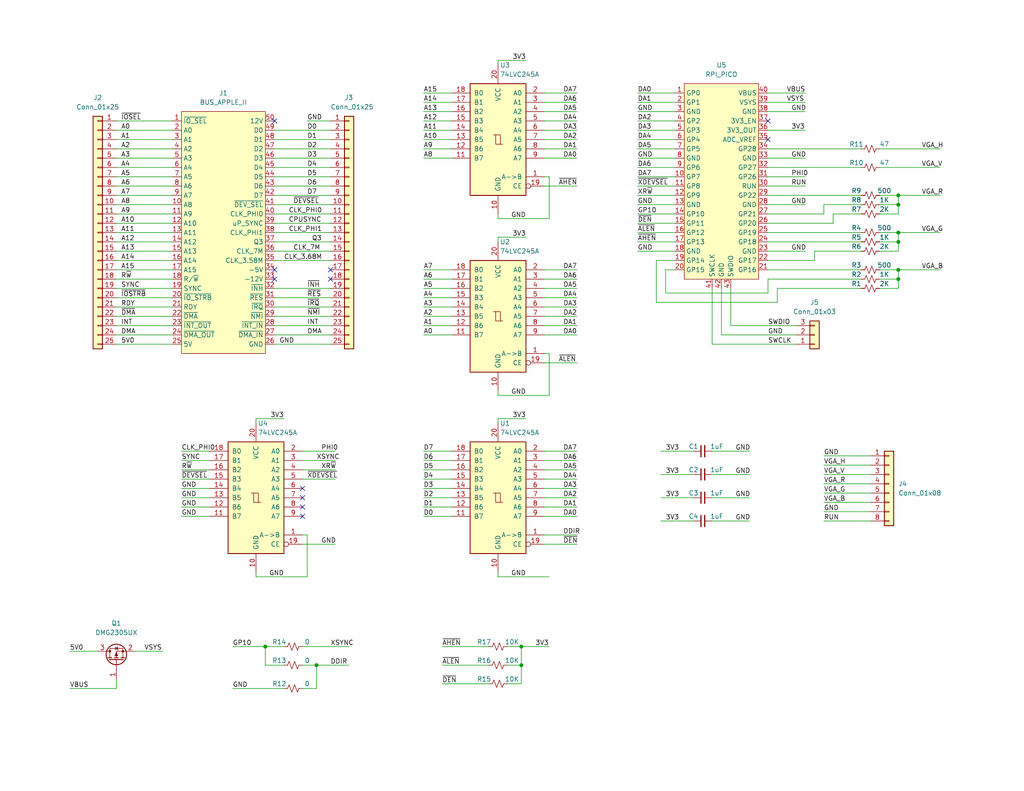
<source format=kicad_sch>
(kicad_sch (version 20230121) (generator eeschema)
  (paper "USLetter")
  (title_block (title "Apple II VGA") (date "2023-07-05") (rev "V1.0.2") (company "swetland@frotz.net"))
  (lib_symbols
    (symbol "74xx:74HC245" (pin_names (offset 1.016))
      (property "Reference" "U" (at -7.62 16.51 0))
      (property "Value" "74HC245" (at -7.62 -16.51 0))
      (symbol "74HC245_1_0"
        (polyline (pts (xy -0.635 -1.27) (xy -0.635 1.27) (xy 0.635 1.27)))
        (polyline (pts (xy -1.27 -1.27) (xy 0.635 -1.27) (xy 0.635 1.27) (xy 1.27 1.27)))
        (pin input line (at -12.7 -10.16 0) (length 5.08) (name "A->B") (number "1"))
        (pin power_in line (at 0 -20.32 90) (length 5.08) (name "GND") (number "10"))
        (pin tri_state line (at 12.7 -5.08 180) (length 5.08) (name "B7") (number "11"))
        (pin tri_state line (at 12.7 -2.54 180) (length 5.08) (name "B6") (number "12"))
        (pin tri_state line (at 12.7 0 180) (length 5.08) (name "B5") (number "13"))
        (pin tri_state line (at 12.7 2.54 180) (length 5.08) (name "B4") (number "14"))
        (pin tri_state line (at 12.7 5.08 180) (length 5.08) (name "B3") (number "15"))
        (pin tri_state line (at 12.7 7.62 180) (length 5.08) (name "B2") (number "16"))
        (pin tri_state line (at 12.7 10.16 180) (length 5.08) (name "B1") (number "17"))
        (pin tri_state line (at 12.7 12.7 180) (length 5.08) (name "B0") (number "18"))
        (pin input inverted (at -12.7 -12.7 0) (length 5.08) (name "CE") (number "19"))
        (pin tri_state line (at -12.7 12.7 0) (length 5.08) (name "A0") (number "2"))
        (pin power_in line (at 0 20.32 270) (length 5.08) (name "VCC") (number "20"))
        (pin tri_state line (at -12.7 10.16 0) (length 5.08) (name "A1") (number "3"))
        (pin tri_state line (at -12.7 7.62 0) (length 5.08) (name "A2") (number "4"))
        (pin tri_state line (at -12.7 5.08 0) (length 5.08) (name "A3") (number "5"))
        (pin tri_state line (at -12.7 2.54 0) (length 5.08) (name "A4") (number "6"))
        (pin tri_state line (at -12.7 0 0) (length 5.08) (name "A5") (number "7"))
        (pin tri_state line (at -12.7 -2.54 0) (length 5.08) (name "A6") (number "8"))
        (pin tri_state line (at -12.7 -5.08 0) (length 5.08) (name "A7") (number "9"))
      )
      (symbol "74HC245_1_1"
        (rectangle (start -7.62 15.24) (end 7.62 -15.24) (stroke (width 0.254)) (fill (type background)))
      )
    )
    (symbol "AAA Library:RPI_PICO"
      (property "Reference" "U" (at 0 -27.94 0))
      (property "Value" "RPI_PICO" (at 0 27.94 0))
      (symbol "RPI_PICO_0_1"
        (rectangle (start -10.16 26.67) (end 10.16 -26.67) (fill (type background)))
      )
      (symbol "RPI_PICO_1_1"
        (pin bidirectional line (at -12.7 24.13 0) (length 2.54) (name "GP0") (number "1"))
        (pin bidirectional line (at -12.7 1.27 0) (length 2.54) (name "GP7") (number "10"))
        (pin bidirectional line (at -12.7 -1.27 0) (length 2.54) (name "GP8") (number "11"))
        (pin bidirectional line (at -12.7 -3.81 0) (length 2.54) (name "GP9") (number "12"))
        (pin power_in line (at -12.7 -6.35 0) (length 2.54) (name "GND") (number "13"))
        (pin bidirectional line (at -12.7 -8.89 0) (length 2.54) (name "GP10") (number "14"))
        (pin bidirectional line (at -12.7 -11.43 0) (length 2.54) (name "GP11") (number "15"))
        (pin bidirectional line (at -12.7 -13.97 0) (length 2.54) (name "GP12") (number "16"))
        (pin bidirectional line (at -12.7 -16.51 0) (length 2.54) (name "GP13") (number "17"))
        (pin power_in line (at -12.7 -19.05 0) (length 2.54) (name "GND") (number "18"))
        (pin bidirectional line (at -12.7 -21.59 0) (length 2.54) (name "GP14") (number "19"))
        (pin bidirectional line (at -12.7 21.59 0) (length 2.54) (name "GP1") (number "2"))
        (pin bidirectional line (at -12.7 -24.13 0) (length 2.54) (name "GP15") (number "20"))
        (pin bidirectional line (at 12.7 -24.13 180) (length 2.54) (name "GP16") (number "21"))
        (pin bidirectional line (at 12.7 -21.59 180) (length 2.54) (name "GP17") (number "22"))
        (pin power_in line (at 12.7 -19.05 180) (length 2.54) (name "GND") (number "23"))
        (pin bidirectional line (at 12.7 -16.51 180) (length 2.54) (name "GP18") (number "24"))
        (pin bidirectional line (at 12.7 -13.97 180) (length 2.54) (name "GP19") (number "25"))
        (pin bidirectional line (at 12.7 -11.43 180) (length 2.54) (name "GP20") (number "26"))
        (pin bidirectional line (at 12.7 -8.89 180) (length 2.54) (name "GP21") (number "27"))
        (pin power_in line (at 12.7 -6.35 180) (length 2.54) (name "GND") (number "28"))
        (pin bidirectional line (at 12.7 -3.81 180) (length 2.54) (name "GP22") (number "29"))
        (pin power_in line (at -12.7 19.05 0) (length 2.54) (name "GND") (number "3"))
        (pin bidirectional line (at 12.7 -1.27 180) (length 2.54) (name "RUN") (number "30"))
        (pin bidirectional line (at 12.7 1.27 180) (length 2.54) (name "GP26") (number "31"))
        (pin bidirectional line (at 12.7 3.81 180) (length 2.54) (name "GP27") (number "32"))
        (pin power_in line (at 12.7 6.35 180) (length 2.54) (name "GND") (number "33"))
        (pin bidirectional line (at 12.7 8.89 180) (length 2.54) (name "GP28") (number "34"))
        (pin input line (at 12.7 11.43 180) (length 2.54) (name "ADC_VREF") (number "35"))
        (pin power_out line (at 12.7 13.97 180) (length 2.54) (name "3V3_OUT") (number "36"))
        (pin input line (at 12.7 16.51 180) (length 2.54) (name "3V3_EN") (number "37"))
        (pin power_in line (at 12.7 19.05 180) (length 2.54) (name "GND") (number "38"))
        (pin power_in line (at 12.7 21.59 180) (length 2.54) (name "VSYS") (number "39"))
        (pin bidirectional line (at -12.7 16.51 0) (length 2.54) (name "GP2") (number "4"))
        (pin power_in line (at 12.7 24.13 180) (length 2.54) (name "VBUS") (number "40"))
        (pin input line (at -2.54 -29.21 90) (length 2.54) (name "SWCLK") (number "41"))
        (pin input line (at 0 -29.21 90) (length 2.54) (name "GND") (number "42"))
        (pin input line (at 2.54 -29.21 90) (length 2.54) (name "SWDIO") (number "43"))
        (pin bidirectional line (at -12.7 13.97 0) (length 2.54) (name "GP3") (number "5"))
        (pin bidirectional line (at -12.7 11.43 0) (length 2.54) (name "GP4") (number "6"))
        (pin bidirectional line (at -12.7 8.89 0) (length 2.54) (name "GP5") (number "7"))
        (pin power_in line (at -12.7 6.35 0) (length 2.54) (name "GND") (number "8"))
        (pin bidirectional line (at -12.7 3.81 0) (length 2.54) (name "GP6") (number "9"))
      )
    )
    (symbol "Connector_Generic:Conn_01x03" (pin_names (offset 1.016) hide)
      (property "Reference" "J" (at 0 5.08 0))
      (property "Value" "Conn_01x03" (at 0 -5.08 0))
      (symbol "Conn_01x03_1_1"
        (rectangle (start -1.27 -2.413) (end 0 -2.667) (stroke (width 0.1524)))
        (rectangle (start -1.27 0.127) (end 0 -0.127) (stroke (width 0.1524)))
        (rectangle (start -1.27 2.667) (end 0 2.413) (stroke (width 0.1524)))
        (rectangle (start -1.27 3.81) (end 1.27 -3.81) (stroke (width 0.254)) (fill (type background)))
        (pin passive line (at -5.08 2.54 0) (length 3.81) (name "Pin_1") (number "1"))
        (pin passive line (at -5.08 0 0) (length 3.81) (name "Pin_2") (number "2"))
        (pin passive line (at -5.08 -2.54 0) (length 3.81) (name "Pin_3") (number "3"))
      )
    )
    (symbol "Connector_Generic:Conn_01x08" (pin_names (offset 1.016) hide)
      (property "Reference" "J" (at 0 10.16 0))
      (property "Value" "Conn_01x08" (at 0 -12.7 0))
      (symbol "Conn_01x08_1_1"
        (rectangle (start -1.27 -10.033) (end 0 -10.287) (stroke (width 0.1524)))
        (rectangle (start -1.27 -7.493) (end 0 -7.747) (stroke (width 0.1524)))
        (rectangle (start -1.27 -4.953) (end 0 -5.207) (stroke (width 0.1524)))
        (rectangle (start -1.27 -2.413) (end 0 -2.667) (stroke (width 0.1524)))
        (rectangle (start -1.27 0.127) (end 0 -0.127) (stroke (width 0.1524)))
        (rectangle (start -1.27 2.667) (end 0 2.413) (stroke (width 0.1524)))
        (rectangle (start -1.27 5.207) (end 0 4.953) (stroke (width 0.1524)))
        (rectangle (start -1.27 7.747) (end 0 7.493) (stroke (width 0.1524)))
        (rectangle (start -1.27 8.89) (end 1.27 -11.43) (stroke (width 0.254)) (fill (type background)))
        (pin passive line (at -5.08 7.62 0) (length 3.81) (name "Pin_1") (number "1"))
        (pin passive line (at -5.08 5.08 0) (length 3.81) (name "Pin_2") (number "2"))
        (pin passive line (at -5.08 2.54 0) (length 3.81) (name "Pin_3") (number "3"))
        (pin passive line (at -5.08 0 0) (length 3.81) (name "Pin_4") (number "4"))
        (pin passive line (at -5.08 -2.54 0) (length 3.81) (name "Pin_5") (number "5"))
        (pin passive line (at -5.08 -5.08 0) (length 3.81) (name "Pin_6") (number "6"))
        (pin passive line (at -5.08 -7.62 0) (length 3.81) (name "Pin_7") (number "7"))
        (pin passive line (at -5.08 -10.16 0) (length 3.81) (name "Pin_8") (number "8"))
      )
    )
    (symbol "Connector_Generic:Conn_01x25" (pin_names (offset 1.016) hide)
      (property "Reference" "J" (at 0 33.02 0))
      (property "Value" "Conn_01x25" (at 0 -33.02 0))
      (symbol "Conn_01x25_1_1"
        (rectangle (start -1.27 -30.353) (end 0 -30.607) (stroke (width 0.1524)))
        (rectangle (start -1.27 -27.813) (end 0 -28.067) (stroke (width 0.1524)))
        (rectangle (start -1.27 -25.273) (end 0 -25.527) (stroke (width 0.1524)))
        (rectangle (start -1.27 -22.733) (end 0 -22.987) (stroke (width 0.1524)))
        (rectangle (start -1.27 -20.193) (end 0 -20.447) (stroke (width 0.1524)))
        (rectangle (start -1.27 -17.653) (end 0 -17.907) (stroke (width 0.1524)))
        (rectangle (start -1.27 -15.113) (end 0 -15.367) (stroke (width 0.1524)))
        (rectangle (start -1.27 -12.573) (end 0 -12.827) (stroke (width 0.1524)))
        (rectangle (start -1.27 -10.033) (end 0 -10.287) (stroke (width 0.1524)))
        (rectangle (start -1.27 -7.493) (end 0 -7.747) (stroke (width 0.1524)))
        (rectangle (start -1.27 -4.953) (end 0 -5.207) (stroke (width 0.1524)))
        (rectangle (start -1.27 -2.413) (end 0 -2.667) (stroke (width 0.1524)))
        (rectangle (start -1.27 0.127) (end 0 -0.127) (stroke (width 0.1524)))
        (rectangle (start -1.27 2.667) (end 0 2.413) (stroke (width 0.1524)))
        (rectangle (start -1.27 5.207) (end 0 4.953) (stroke (width 0.1524)))
        (rectangle (start -1.27 7.747) (end 0 7.493) (stroke (width 0.1524)))
        (rectangle (start -1.27 10.287) (end 0 10.033) (stroke (width 0.1524)))
        (rectangle (start -1.27 12.827) (end 0 12.573) (stroke (width 0.1524)))
        (rectangle (start -1.27 15.367) (end 0 15.113) (stroke (width 0.1524)))
        (rectangle (start -1.27 17.907) (end 0 17.653) (stroke (width 0.1524)))
        (rectangle (start -1.27 20.447) (end 0 20.193) (stroke (width 0.1524)))
        (rectangle (start -1.27 22.987) (end 0 22.733) (stroke (width 0.1524)))
        (rectangle (start -1.27 25.527) (end 0 25.273) (stroke (width 0.1524)))
        (rectangle (start -1.27 28.067) (end 0 27.813) (stroke (width 0.1524)))
        (rectangle (start -1.27 30.607) (end 0 30.353) (stroke (width 0.1524)))
        (rectangle (start -1.27 31.75) (end 1.27 -31.75) (stroke (width 0.254)) (fill (type background)))
        (pin passive line (at -5.08 30.48 0) (length 3.81) (name "Pin_1") (number "1"))
        (pin passive line (at -5.08 7.62 0) (length 3.81) (name "Pin_10") (number "10"))
        (pin passive line (at -5.08 5.08 0) (length 3.81) (name "Pin_11") (number "11"))
        (pin passive line (at -5.08 2.54 0) (length 3.81) (name "Pin_12") (number "12"))
        (pin passive line (at -5.08 0 0) (length 3.81) (name "Pin_13") (number "13"))
        (pin passive line (at -5.08 -2.54 0) (length 3.81) (name "Pin_14") (number "14"))
        (pin passive line (at -5.08 -5.08 0) (length 3.81) (name "Pin_15") (number "15"))
        (pin passive line (at -5.08 -7.62 0) (length 3.81) (name "Pin_16") (number "16"))
        (pin passive line (at -5.08 -10.16 0) (length 3.81) (name "Pin_17") (number "17"))
        (pin passive line (at -5.08 -12.7 0) (length 3.81) (name "Pin_18") (number "18"))
        (pin passive line (at -5.08 -15.24 0) (length 3.81) (name "Pin_19") (number "19"))
        (pin passive line (at -5.08 27.94 0) (length 3.81) (name "Pin_2") (number "2"))
        (pin passive line (at -5.08 -17.78 0) (length 3.81) (name "Pin_20") (number "20"))
        (pin passive line (at -5.08 -20.32 0) (length 3.81) (name "Pin_21") (number "21"))
        (pin passive line (at -5.08 -22.86 0) (length 3.81) (name "Pin_22") (number "22"))
        (pin passive line (at -5.08 -25.4 0) (length 3.81) (name "Pin_23") (number "23"))
        (pin passive line (at -5.08 -27.94 0) (length 3.81) (name "Pin_24") (number "24"))
        (pin passive line (at -5.08 -30.48 0) (length 3.81) (name "Pin_25") (number "25"))
        (pin passive line (at -5.08 25.4 0) (length 3.81) (name "Pin_3") (number "3"))
        (pin passive line (at -5.08 22.86 0) (length 3.81) (name "Pin_4") (number "4"))
        (pin passive line (at -5.08 20.32 0) (length 3.81) (name "Pin_5") (number "5"))
        (pin passive line (at -5.08 17.78 0) (length 3.81) (name "Pin_6") (number "6"))
        (pin passive line (at -5.08 15.24 0) (length 3.81) (name "Pin_7") (number "7"))
        (pin passive line (at -5.08 12.7 0) (length 3.81) (name "Pin_8") (number "8"))
        (pin passive line (at -5.08 10.16 0) (length 3.81) (name "Pin_9") (number "9"))
      )
    )
    (symbol "Device:C_Small" (pin_numbers hide) (pin_names (offset 0.254) hide)
      (property "Reference" "C" (at 0.254 1.778 0))
      (property "Value" "C_Small" (at 0.254 -2.032 0))
      (symbol "C_Small_0_1"
        (polyline (pts (xy -1.524 -0.508) (xy 1.524 -0.508)) (stroke (width 0.3302)))
        (polyline (pts (xy -1.524 0.508) (xy 1.524 0.508)) (stroke (width 0.3048)))
      )
      (symbol "C_Small_1_1"
        (pin passive line (at 0 2.54 270) (length 2.032) (name "~") (number "1"))
        (pin passive line (at 0 -2.54 90) (length 2.032) (name "~") (number "2"))
      )
    )
    (symbol "Device:R_Small_US" (pin_numbers hide) (pin_names (offset 0.254) hide)
      (property "Reference" "R" (at 0.762 0.508 0))
      (property "Value" "R_Small_US" (at 0.762 -1.016 0))
      (symbol "R_Small_US_1_1"
        (polyline (pts (xy 0 0) (xy 1.016 -0.381) (xy 0 -0.762) (xy -1.016 -1.143) (xy 0 -1.524)))
        (polyline (pts (xy 0 1.524) (xy 1.016 1.143) (xy 0 0.762) (xy -1.016 0.381) (xy 0 0)))
        (pin passive line (at 0 2.54 270) (length 1.016) (name "~") (number "1"))
        (pin passive line (at 0 -2.54 90) (length 1.016) (name "~") (number "2"))
      )
    )
    (symbol "Transistor_FET:DMG2301L" (pin_names hide)
      (property "Reference" "Q" (at 5.08 1.905 0))
      (property "Value" "DMG2301L" (at 5.08 0 0))
      (symbol "DMG2301L_0_1"
        (polyline (pts (xy 0.254 0) (xy -2.54 0)))
        (polyline (pts (xy 0.254 1.905) (xy 0.254 -1.905)) (stroke (width 0.254)))
        (polyline (pts (xy 0.762 -1.27) (xy 0.762 -2.286)) (stroke (width 0.254)))
        (polyline (pts (xy 0.762 0.508) (xy 0.762 -0.508)) (stroke (width 0.254)))
        (polyline (pts (xy 0.762 2.286) (xy 0.762 1.27)) (stroke (width 0.254)))
        (polyline (pts (xy 2.54 2.54) (xy 2.54 1.778)))
        (polyline (pts (xy 2.54 -2.54) (xy 2.54 0) (xy 0.762 0)))
        (polyline (pts (xy 0.762 1.778) (xy 3.302 1.778) (xy 3.302 -1.778) (xy 0.762 -1.778)))
        (polyline (pts (xy 2.286 0) (xy 1.27 0.381) (xy 1.27 -0.381) (xy 2.286 0)) (fill (type outline)))
        (polyline (pts (xy 2.794 -0.508) (xy 2.921 -0.381) (xy 3.683 -0.381) (xy 3.81 -0.254)))
        (polyline (pts (xy 3.302 -0.381) (xy 2.921 0.254) (xy 3.683 0.254) (xy 3.302 -0.381)))
        (circle (center 1.651 0) (radius 2.794) (stroke (width 0.254)))
        (circle (center 2.54 -1.778) (radius 0.254) (fill (type outline)))
        (circle (center 2.54 1.778) (radius 0.254) (fill (type outline)))
      )
      (symbol "DMG2301L_1_1"
        (pin input line (at -5.08 0 0) (length 2.54) (name "G") (number "1"))
        (pin passive line (at 2.54 -5.08 90) (length 2.54) (name "S") (number "2"))
        (pin passive line (at 2.54 5.08 270) (length 2.54) (name "D") (number "3"))
      )
    )
    (symbol "library:BUS_APPLE_II"
      (property "Reference" "J" (at -10.16 -35.56 0))
      (property "Value" "BUS_APPLE_II" (at -5.08 33.02 0))
      (symbol "BUS_APPLE_II_0_1"
        (rectangle (start -11.43 31.75) (end 11.43 -34.29) (fill (type background)))
      )
      (symbol "BUS_APPLE_II_1_1"
        (pin output line (at -13.97 29.21 0) (length 2.54) (name "~{IO_SEL}") (number "1"))
        (pin bidirectional line (at -13.97 6.35 0) (length 2.54) (name "A8") (number "10"))
        (pin bidirectional line (at -13.97 3.81 0) (length 2.54) (name "A9") (number "11"))
        (pin bidirectional line (at -13.97 1.27 0) (length 2.54) (name "A10") (number "12"))
        (pin bidirectional line (at -13.97 -1.27 0) (length 2.54) (name "A11") (number "13"))
        (pin bidirectional line (at -13.97 -3.81 0) (length 2.54) (name "A12") (number "14"))
        (pin bidirectional line (at -13.97 -6.35 0) (length 2.54) (name "A13") (number "15"))
        (pin bidirectional line (at -13.97 -8.89 0) (length 2.54) (name "A14") (number "16"))
        (pin bidirectional line (at -13.97 -11.43 0) (length 2.54) (name "A15") (number "17"))
        (pin bidirectional line (at -13.97 -13.97 0) (length 2.54) (name "R/~{W}") (number "18"))
        (pin output line (at -13.97 -16.51 0) (length 2.54) (name "SYNC") (number "19"))
        (pin bidirectional line (at -13.97 26.67 0) (length 2.54) (name "A0") (number "2"))
        (pin output line (at -13.97 -19.05 0) (length 2.54) (name "~{IO_STRB}") (number "20"))
        (pin input line (at -13.97 -21.59 0) (length 2.54) (name "RDY") (number "21"))
        (pin input line (at -13.97 -24.13 0) (length 2.54) (name "~{DMA}") (number "22"))
        (pin input line (at -13.97 -26.67 0) (length 2.54) (name "~{INT_OUT}") (number "23"))
        (pin input line (at -13.97 -29.21 0) (length 2.54) (name "~{DMA_OUT}") (number "24"))
        (pin power_out line (at -13.97 -31.75 0) (length 2.54) (name "5V") (number "25"))
        (pin power_out line (at 13.97 -31.75 180) (length 2.54) (name "GND") (number "26"))
        (pin output line (at 13.97 -29.21 180) (length 2.54) (name "~{DMA_IN}") (number "27"))
        (pin output line (at 13.97 -26.67 180) (length 2.54) (name "~{INT_IN}") (number "28"))
        (pin input line (at 13.97 -24.13 180) (length 2.54) (name "~{NMI}") (number "29"))
        (pin bidirectional line (at -13.97 24.13 0) (length 2.54) (name "A1") (number "3"))
        (pin input line (at 13.97 -21.59 180) (length 2.54) (name "~{IRQ}") (number "30"))
        (pin input line (at 13.97 -19.05 180) (length 2.54) (name "~{RES}") (number "31"))
        (pin input line (at 13.97 -16.51 180) (length 2.54) (name "~{INH}") (number "32"))
        (pin power_out line (at 13.97 -13.97 180) (length 2.54) (name "-12V") (number "33"))
        (pin output line (at 13.97 -11.43 180) (length 2.54) (name "-5V") (number "34"))
        (pin output line (at 13.97 -8.89 180) (length 2.54) (name "CLK_3.58M") (number "35"))
        (pin output line (at 13.97 -6.35 180) (length 2.54) (name "CLK_7M") (number "36"))
        (pin output line (at 13.97 -3.81 180) (length 2.54) (name "Q3") (number "37"))
        (pin output line (at 13.97 -1.27 180) (length 2.54) (name "CLK_PHI1") (number "38"))
        (pin output line (at 13.97 1.27 180) (length 2.54) (name "uP_SYNC") (number "39"))
        (pin bidirectional line (at -13.97 21.59 0) (length 2.54) (name "A2") (number "4"))
        (pin output line (at 13.97 3.81 180) (length 2.54) (name "CLK_PHI0") (number "40"))
        (pin output line (at 13.97 6.35 180) (length 2.54) (name "~{DEV_SEL}") (number "41"))
        (pin bidirectional line (at 13.97 8.89 180) (length 2.54) (name "D7") (number "42"))
        (pin bidirectional line (at 13.97 11.43 180) (length 2.54) (name "D6") (number "43"))
        (pin bidirectional line (at 13.97 13.97 180) (length 2.54) (name "D5") (number "44"))
        (pin bidirectional line (at 13.97 16.51 180) (length 2.54) (name "D4") (number "45"))
        (pin bidirectional line (at 13.97 19.05 180) (length 2.54) (name "D3") (number "46"))
        (pin bidirectional line (at 13.97 21.59 180) (length 2.54) (name "D2") (number "47"))
        (pin bidirectional line (at 13.97 24.13 180) (length 2.54) (name "D1") (number "48"))
        (pin bidirectional line (at 13.97 26.67 180) (length 2.54) (name "D0") (number "49"))
        (pin bidirectional line (at -13.97 19.05 0) (length 2.54) (name "A3") (number "5"))
        (pin power_out line (at 13.97 29.21 180) (length 2.54) (name "12V") (number "50"))
        (pin bidirectional line (at -13.97 16.51 0) (length 2.54) (name "A4") (number "6"))
        (pin bidirectional line (at -13.97 13.97 0) (length 2.54) (name "A5") (number "7"))
        (pin bidirectional line (at -13.97 11.43 0) (length 2.54) (name "A6") (number "8"))
        (pin bidirectional line (at -13.97 8.89 0) (length 2.54) (name "A7") (number "9"))
      )
    )
  )
  (junction (at 72.39 176.53))
  (junction (at 245.11 76.2))
  (junction (at 142.24 181.61))
  (junction (at 245.11 66.04))
  (junction (at 245.11 63.5))
  (junction (at 245.11 73.66))
  (junction (at 142.24 176.53))
  (junction (at 86.36 181.61))
  (junction (at 245.11 55.88))
  (junction (at 245.11 53.34))
  (no_connect (at 90.17 73.66))
  (no_connect (at 90.17 76.2))
  (no_connect (at 82.55 140.97))
  (no_connect (at 82.55 138.43))
  (no_connect (at 82.55 133.35))
  (no_connect (at 82.55 135.89))
  (no_connect (at 209.55 38.1))
  (no_connect (at 209.55 33.02))
  (no_connect (at 74.93 33.02))
  (no_connect (at 74.93 76.2))
  (no_connect (at 74.93 73.66))
  (wire (pts (xy 31.75 91.44) (xy 46.99 91.44)))
  (wire (pts (xy 135.89 157.48) (xy 149.86 157.48)))
  (wire (pts (xy 240.03 40.64) (xy 256.54 40.64)))
  (wire (pts (xy 57.15 138.43) (xy 49.53 138.43)))
  (wire (pts (xy 181.61 80.01) (xy 209.55 80.01)))
  (wire (pts (xy 31.75 81.28) (xy 46.99 81.28)))
  (wire (pts (xy 19.05 177.8) (xy 26.67 177.8)))
  (wire (pts (xy 224.79 139.7) (xy 237.49 139.7)))
  (wire (pts (xy 91.44 123.19) (xy 82.55 123.19)))
  (wire (pts (xy 86.36 181.61) (xy 95.25 181.61)))
  (wire (pts (xy 173.99 50.8) (xy 184.15 50.8)))
  (wire (pts (xy 227.33 60.96) (xy 227.33 58.42)))
  (wire (pts (xy 135.89 66.04) (xy 135.89 64.77)))
  (wire (pts (xy 209.55 66.04) (xy 234.95 66.04)))
  (wire (pts (xy 123.19 73.66) (xy 115.57 73.66)))
  (wire (pts (xy 36.83 177.8) (xy 44.45 177.8)))
  (wire (pts (xy 234.95 78.74) (xy 212.09 78.74)))
  (wire (pts (xy 181.61 73.66) (xy 181.61 80.01)))
  (wire (pts (xy 31.75 83.82) (xy 46.99 83.82)))
  (wire (pts (xy 240.03 76.2) (xy 245.11 76.2)))
  (wire (pts (xy 69.85 157.48) (xy 83.82 157.48)))
  (wire (pts (xy 180.34 142.24) (xy 189.23 142.24)))
  (wire (pts (xy 194.31 142.24) (xy 204.47 142.24)))
  (wire (pts (xy 83.82 33.02) (xy 90.17 33.02)))
  (wire (pts (xy 77.47 114.3) (xy 69.85 114.3)))
  (wire (pts (xy 123.19 135.89) (xy 115.57 135.89)))
  (wire (pts (xy 157.48 76.2) (xy 148.59 76.2)))
  (wire (pts (xy 135.89 59.69) (xy 149.86 59.69)))
  (wire (pts (xy 120.65 176.53) (xy 133.35 176.53)))
  (wire (pts (xy 120.65 186.69) (xy 133.35 186.69)))
  (wire (pts (xy 123.19 138.43) (xy 115.57 138.43)))
  (wire (pts (xy 142.24 176.53) (xy 149.86 176.53)))
  (wire (pts (xy 74.93 55.88) (xy 90.17 55.88)))
  (wire (pts (xy 157.48 86.36) (xy 148.59 86.36)))
  (wire (pts (xy 209.55 53.34) (xy 234.95 53.34)))
  (wire (pts (xy 74.93 48.26) (xy 90.17 48.26)))
  (wire (pts (xy 31.75 43.18) (xy 46.99 43.18)))
  (wire (pts (xy 209.55 58.42) (xy 224.79 58.42)))
  (wire (pts (xy 123.19 40.64) (xy 115.57 40.64)))
  (wire (pts (xy 31.75 73.66) (xy 46.99 73.66)))
  (wire (pts (xy 143.51 16.51) (xy 135.89 16.51)))
  (wire (pts (xy 157.48 38.1) (xy 148.59 38.1)))
  (wire (pts (xy 91.44 125.73) (xy 82.55 125.73)))
  (wire (pts (xy 74.93 50.8) (xy 90.17 50.8)))
  (wire (pts (xy 57.15 128.27) (xy 49.53 128.27)))
  (wire (pts (xy 123.19 125.73) (xy 115.57 125.73)))
  (wire (pts (xy 142.24 186.69) (xy 142.24 181.61)))
  (wire (pts (xy 123.19 88.9) (xy 115.57 88.9)))
  (wire (pts (xy 82.55 187.96) (xy 86.36 187.96)))
  (wire (pts (xy 173.99 33.02) (xy 184.15 33.02)))
  (wire (pts (xy 157.48 73.66) (xy 148.59 73.66)))
  (wire (pts (xy 86.36 181.61) (xy 82.55 181.61)))
  (wire (pts (xy 123.19 81.28) (xy 115.57 81.28)))
  (wire (pts (xy 83.82 146.05) (xy 83.82 157.48)))
  (wire (pts (xy 157.48 35.56) (xy 148.59 35.56)))
  (wire (pts (xy 157.48 30.48) (xy 148.59 30.48)))
  (wire (pts (xy 123.19 123.19) (xy 115.57 123.19)))
  (wire (pts (xy 173.99 45.72) (xy 184.15 45.72)))
  (wire (pts (xy 148.59 48.26) (xy 149.86 48.26)))
  (wire (pts (xy 194.31 135.89) (xy 204.47 135.89)))
  (wire (pts (xy 245.11 58.42) (xy 245.11 55.88)))
  (wire (pts (xy 196.85 78.74) (xy 196.85 91.44)))
  (wire (pts (xy 199.39 88.9) (xy 217.17 88.9)))
  (wire (pts (xy 63.5 187.96) (xy 77.47 187.96)))
  (wire (pts (xy 209.55 30.48) (xy 219.71 30.48)))
  (wire (pts (xy 19.05 187.96) (xy 31.75 187.96)))
  (wire (pts (xy 222.25 71.12) (xy 222.25 68.58)))
  (wire (pts (xy 31.75 53.34) (xy 46.99 53.34)))
  (wire (pts (xy 173.99 30.48) (xy 184.15 30.48)))
  (wire (pts (xy 31.75 88.9) (xy 46.99 88.9)))
  (wire (pts (xy 77.47 181.61) (xy 72.39 181.61)))
  (wire (pts (xy 240.03 55.88) (xy 245.11 55.88)))
  (wire (pts (xy 173.99 63.5) (xy 184.15 63.5)))
  (wire (pts (xy 31.75 185.42) (xy 31.75 187.96)))
  (wire (pts (xy 135.89 106.68) (xy 135.89 107.95)))
  (wire (pts (xy 209.55 45.72) (xy 234.95 45.72)))
  (wire (pts (xy 240.03 53.34) (xy 245.11 53.34)))
  (wire (pts (xy 120.65 181.61) (xy 133.35 181.61)))
  (wire (pts (xy 173.99 35.56) (xy 184.15 35.56)))
  (wire (pts (xy 194.31 129.54) (xy 204.47 129.54)))
  (wire (pts (xy 138.43 181.61) (xy 142.24 181.61)))
  (wire (pts (xy 143.51 64.77) (xy 135.89 64.77)))
  (wire (pts (xy 179.07 71.12) (xy 184.15 71.12)))
  (wire (pts (xy 74.93 63.5) (xy 90.17 63.5)))
  (wire (pts (xy 31.75 45.72) (xy 46.99 45.72)))
  (wire (pts (xy 240.03 63.5) (xy 245.11 63.5)))
  (wire (pts (xy 123.19 43.18) (xy 115.57 43.18)))
  (wire (pts (xy 173.99 27.94) (xy 184.15 27.94)))
  (wire (pts (xy 157.48 40.64) (xy 148.59 40.64)))
  (wire (pts (xy 224.79 55.88) (xy 234.95 55.88)))
  (wire (pts (xy 212.09 78.74) (xy 212.09 82.55)))
  (wire (pts (xy 57.15 123.19) (xy 49.53 123.19)))
  (wire (pts (xy 135.89 115.57) (xy 135.89 114.3)))
  (wire (pts (xy 173.99 38.1) (xy 184.15 38.1)))
  (wire (pts (xy 74.93 35.56) (xy 90.17 35.56)))
  (wire (pts (xy 173.99 25.4) (xy 184.15 25.4)))
  (wire (pts (xy 31.75 40.64) (xy 46.99 40.64)))
  (wire (pts (xy 123.19 25.4) (xy 115.57 25.4)))
  (wire (pts (xy 157.48 99.06) (xy 148.59 99.06)))
  (wire (pts (xy 74.93 71.12) (xy 90.17 71.12)))
  (wire (pts (xy 245.11 68.58) (xy 245.11 66.04)))
  (wire (pts (xy 157.48 33.02) (xy 148.59 33.02)))
  (wire (pts (xy 149.86 48.26) (xy 149.86 59.69)))
  (wire (pts (xy 157.48 140.97) (xy 148.59 140.97)))
  (wire (pts (xy 74.93 93.98) (xy 90.17 93.98)))
  (wire (pts (xy 31.75 58.42) (xy 46.99 58.42)))
  (wire (pts (xy 245.11 76.2) (xy 245.11 73.66)))
  (wire (pts (xy 224.79 137.16) (xy 237.49 137.16)))
  (wire (pts (xy 245.11 63.5) (xy 256.54 63.5)))
  (wire (pts (xy 157.48 91.44) (xy 148.59 91.44)))
  (wire (pts (xy 209.55 60.96) (xy 227.33 60.96)))
  (wire (pts (xy 209.55 50.8) (xy 219.71 50.8)))
  (wire (pts (xy 209.55 76.2) (xy 209.55 80.01)))
  (wire (pts (xy 157.48 148.59) (xy 148.59 148.59)))
  (wire (pts (xy 91.44 148.59) (xy 82.55 148.59)))
  (wire (pts (xy 212.09 82.55) (xy 179.07 82.55)))
  (wire (pts (xy 123.19 133.35) (xy 115.57 133.35)))
  (wire (pts (xy 209.55 63.5) (xy 234.95 63.5)))
  (wire (pts (xy 123.19 140.97) (xy 115.57 140.97)))
  (wire (pts (xy 157.48 27.94) (xy 148.59 27.94)))
  (wire (pts (xy 31.75 38.1) (xy 46.99 38.1)))
  (wire (pts (xy 173.99 58.42) (xy 184.15 58.42)))
  (wire (pts (xy 74.93 66.04) (xy 90.17 66.04)))
  (wire (pts (xy 74.93 60.96) (xy 90.17 60.96)))
  (wire (pts (xy 123.19 91.44) (xy 115.57 91.44)))
  (wire (pts (xy 142.24 181.61) (xy 142.24 176.53)))
  (wire (pts (xy 74.93 43.18) (xy 90.17 43.18)))
  (wire (pts (xy 74.93 38.1) (xy 90.17 38.1)))
  (wire (pts (xy 123.19 83.82) (xy 115.57 83.82)))
  (wire (pts (xy 123.19 128.27) (xy 115.57 128.27)))
  (wire (pts (xy 179.07 82.55) (xy 179.07 71.12)))
  (wire (pts (xy 240.03 66.04) (xy 245.11 66.04)))
  (wire (pts (xy 173.99 40.64) (xy 184.15 40.64)))
  (wire (pts (xy 209.55 43.18) (xy 219.71 43.18)))
  (wire (pts (xy 74.93 86.36) (xy 90.17 86.36)))
  (wire (pts (xy 224.79 132.08) (xy 237.49 132.08)))
  (wire (pts (xy 74.93 81.28) (xy 90.17 81.28)))
  (wire (pts (xy 157.48 81.28) (xy 148.59 81.28)))
  (wire (pts (xy 245.11 66.04) (xy 245.11 63.5)))
  (wire (pts (xy 69.85 156.21) (xy 69.85 157.48)))
  (wire (pts (xy 123.19 76.2) (xy 115.57 76.2)))
  (wire (pts (xy 224.79 124.46) (xy 237.49 124.46)))
  (wire (pts (xy 31.75 76.2) (xy 46.99 76.2)))
  (wire (pts (xy 86.36 187.96) (xy 86.36 181.61)))
  (wire (pts (xy 31.75 48.26) (xy 46.99 48.26)))
  (wire (pts (xy 209.55 25.4) (xy 219.71 25.4)))
  (wire (pts (xy 74.93 83.82) (xy 90.17 83.82)))
  (wire (pts (xy 57.15 130.81) (xy 49.53 130.81)))
  (wire (pts (xy 123.19 27.94) (xy 115.57 27.94)))
  (wire (pts (xy 91.44 130.81) (xy 82.55 130.81)))
  (wire (pts (xy 31.75 93.98) (xy 46.99 93.98)))
  (wire (pts (xy 245.11 78.74) (xy 245.11 76.2)))
  (wire (pts (xy 74.93 53.34) (xy 90.17 53.34)))
  (wire (pts (xy 194.31 93.98) (xy 217.17 93.98)))
  (wire (pts (xy 173.99 43.18) (xy 184.15 43.18)))
  (wire (pts (xy 157.48 135.89) (xy 148.59 135.89)))
  (wire (pts (xy 157.48 50.8) (xy 148.59 50.8)))
  (wire (pts (xy 31.75 55.88) (xy 46.99 55.88)))
  (wire (pts (xy 31.75 68.58) (xy 46.99 68.58)))
  (wire (pts (xy 72.39 176.53) (xy 77.47 176.53)))
  (wire (pts (xy 143.51 114.3) (xy 135.89 114.3)))
  (wire (pts (xy 157.48 130.81) (xy 148.59 130.81)))
  (wire (pts (xy 157.48 78.74) (xy 148.59 78.74)))
  (wire (pts (xy 123.19 78.74) (xy 115.57 78.74)))
  (wire (pts (xy 148.59 96.52) (xy 149.86 96.52)))
  (wire (pts (xy 63.5 176.53) (xy 72.39 176.53)))
  (wire (pts (xy 74.93 40.64) (xy 90.17 40.64)))
  (wire (pts (xy 31.75 66.04) (xy 46.99 66.04)))
  (wire (pts (xy 135.89 156.21) (xy 135.89 157.48)))
  (wire (pts (xy 135.89 17.78) (xy 135.89 16.51)))
  (wire (pts (xy 245.11 53.34) (xy 245.11 55.88)))
  (wire (pts (xy 82.55 146.05) (xy 83.82 146.05)))
  (wire (pts (xy 180.34 135.89) (xy 189.23 135.89)))
  (wire (pts (xy 209.55 55.88) (xy 219.71 55.88)))
  (wire (pts (xy 240.03 45.72) (xy 256.54 45.72)))
  (wire (pts (xy 173.99 60.96) (xy 184.15 60.96)))
  (wire (pts (xy 57.15 140.97) (xy 49.53 140.97)))
  (wire (pts (xy 157.48 43.18) (xy 148.59 43.18)))
  (wire (pts (xy 31.75 33.02) (xy 46.99 33.02)))
  (wire (pts (xy 149.86 96.52) (xy 149.86 107.95)))
  (wire (pts (xy 240.03 58.42) (xy 245.11 58.42)))
  (wire (pts (xy 209.55 40.64) (xy 234.95 40.64)))
  (wire (pts (xy 180.34 123.19) (xy 189.23 123.19)))
  (wire (pts (xy 157.48 133.35) (xy 148.59 133.35)))
  (wire (pts (xy 240.03 73.66) (xy 245.11 73.66)))
  (wire (pts (xy 209.55 35.56) (xy 219.71 35.56)))
  (wire (pts (xy 157.48 123.19) (xy 148.59 123.19)))
  (wire (pts (xy 173.99 55.88) (xy 184.15 55.88)))
  (wire (pts (xy 123.19 33.02) (xy 115.57 33.02)))
  (wire (pts (xy 57.15 135.89) (xy 49.53 135.89)))
  (wire (pts (xy 135.89 107.95) (xy 149.86 107.95)))
  (wire (pts (xy 57.15 133.35) (xy 49.53 133.35)))
  (wire (pts (xy 31.75 50.8) (xy 46.99 50.8)))
  (wire (pts (xy 173.99 48.26) (xy 184.15 48.26)))
  (wire (pts (xy 74.93 91.44) (xy 90.17 91.44)))
  (wire (pts (xy 123.19 35.56) (xy 115.57 35.56)))
  (wire (pts (xy 138.43 176.53) (xy 142.24 176.53)))
  (wire (pts (xy 74.93 58.42) (xy 90.17 58.42)))
  (wire (pts (xy 196.85 91.44) (xy 217.17 91.44)))
  (wire (pts (xy 209.55 68.58) (xy 219.71 68.58)))
  (wire (pts (xy 57.15 125.73) (xy 49.53 125.73)))
  (wire (pts (xy 31.75 60.96) (xy 46.99 60.96)))
  (wire (pts (xy 245.11 73.66) (xy 256.54 73.66)))
  (wire (pts (xy 31.75 63.5) (xy 46.99 63.5)))
  (wire (pts (xy 209.55 48.26) (xy 219.71 48.26)))
  (wire (pts (xy 194.31 123.19) (xy 204.47 123.19)))
  (wire (pts (xy 157.48 125.73) (xy 148.59 125.73)))
  (wire (pts (xy 123.19 30.48) (xy 115.57 30.48)))
  (wire (pts (xy 31.75 78.74) (xy 46.99 78.74)))
  (wire (pts (xy 74.93 78.74) (xy 90.17 78.74)))
  (wire (pts (xy 209.55 73.66) (xy 234.95 73.66)))
  (wire (pts (xy 123.19 130.81) (xy 115.57 130.81)))
  (wire (pts (xy 138.43 186.69) (xy 142.24 186.69)))
  (wire (pts (xy 224.79 134.62) (xy 237.49 134.62)))
  (wire (pts (xy 31.75 71.12) (xy 46.99 71.12)))
  (wire (pts (xy 157.48 83.82) (xy 148.59 83.82)))
  (wire (pts (xy 135.89 58.42) (xy 135.89 59.69)))
  (wire (pts (xy 157.48 128.27) (xy 148.59 128.27)))
  (wire (pts (xy 224.79 129.54) (xy 237.49 129.54)))
  (wire (pts (xy 224.79 127) (xy 237.49 127)))
  (wire (pts (xy 199.39 78.74) (xy 199.39 88.9)))
  (wire (pts (xy 209.55 71.12) (xy 222.25 71.12)))
  (wire (pts (xy 173.99 53.34) (xy 184.15 53.34)))
  (wire (pts (xy 69.85 115.57) (xy 69.85 114.3)))
  (wire (pts (xy 209.55 76.2) (xy 234.95 76.2)))
  (wire (pts (xy 224.79 58.42) (xy 224.79 55.88)))
  (wire (pts (xy 31.75 35.56) (xy 46.99 35.56)))
  (wire (pts (xy 157.48 88.9) (xy 148.59 88.9)))
  (wire (pts (xy 72.39 181.61) (xy 72.39 176.53)))
  (wire (pts (xy 222.25 68.58) (xy 234.95 68.58)))
  (wire (pts (xy 173.99 68.58) (xy 184.15 68.58)))
  (wire (pts (xy 123.19 86.36) (xy 115.57 86.36)))
  (wire (pts (xy 148.59 146.05) (xy 157.48 146.05)))
  (wire (pts (xy 245.11 53.34) (xy 256.54 53.34)))
  (wire (pts (xy 74.93 68.58) (xy 90.17 68.58)))
  (wire (pts (xy 82.55 176.53) (xy 95.25 176.53)))
  (wire (pts (xy 209.55 27.94) (xy 219.71 27.94)))
  (wire (pts (xy 31.75 86.36) (xy 46.99 86.36)))
  (wire (pts (xy 157.48 25.4) (xy 148.59 25.4)))
  (wire (pts (xy 224.79 142.24) (xy 237.49 142.24)))
  (wire (pts (xy 123.19 38.1) (xy 115.57 38.1)))
  (wire (pts (xy 74.93 45.72) (xy 90.17 45.72)))
  (wire (pts (xy 240.03 68.58) (xy 245.11 68.58)))
  (wire (pts (xy 180.34 129.54) (xy 189.23 129.54)))
  (wire (pts (xy 227.33 58.42) (xy 234.95 58.42)))
  (wire (pts (xy 194.31 78.74) (xy 194.31 93.98)))
  (wire (pts (xy 184.15 73.66) (xy 181.61 73.66)))
  (wire (pts (xy 173.99 66.04) (xy 184.15 66.04)))
  (wire (pts (xy 91.44 128.27) (xy 82.55 128.27)))
  (wire (pts (xy 240.03 78.74) (xy 245.11 78.74)))
  (wire (pts (xy 74.93 88.9) (xy 90.17 88.9)))
  (wire (pts (xy 157.48 138.43) (xy 148.59 138.43)))
  (label "CLK_3.68M" (at 77.47 71.12 0))
  (label "DA2" (at 173.99 33.02 0))
  (label "VGA_H" (at 224.79 127 0))
  (label "~{DEN}" (at 153.67 148.59 0))
  (label "DA6" (at 153.67 76.2 0))
  (label "VGA_G" (at 251.46 63.5 0))
  (label "A10" (at 33.02 60.96 0))
  (label "DA6" (at 153.67 27.94 0))
  (label "DA3" (at 153.67 133.35 0))
  (label "INT" (at 33.02 88.9 0))
  (label "GND" (at 87.63 148.59 0))
  (label "GND" (at 215.9 30.48 0))
  (label "VSYS" (at 39.37 177.8 0))
  (label "~{XDEVSEL}" (at 173.99 50.8 0))
  (label "CLK_PHI1" (at 78.74 63.5 0))
  (label "A2" (at 33.02 40.64 0))
  (label "DA6" (at 173.99 45.72 0))
  (label "GND" (at 49.53 133.35 0))
  (label "DA5" (at 173.99 40.64 0))
  (label "DA4" (at 153.67 130.81 0))
  (label "DA1" (at 153.67 88.9 0))
  (label "GND" (at 200.66 129.54 0))
  (label "A5" (at 33.02 48.26 0))
  (label "~{RES}" (at 83.82 81.28 0))
  (label "DA0" (at 153.67 43.18 0))
  (label "GND" (at 173.99 43.18 0))
  (label "DA5" (at 153.67 78.74 0))
  (label "VGA_G" (at 224.79 134.62 0))
  (label "~{DMA}" (at 33.02 86.36 0))
  (label "GND" (at 83.82 33.02 0))
  (label "DA2" (at 153.67 135.89 0))
  (label "SWCLK" (at 209.55 93.98 0))
  (label "A12" (at 115.57 33.02 0))
  (label "GND" (at 200.66 142.24 0))
  (label "A12" (at 33.02 66.04 0))
  (label "GND" (at 224.79 139.7 0))
  (label "DA2" (at 153.67 38.1 0))
  (label "VSYS" (at 214.63 27.94 0))
  (label "GND" (at 173.99 55.88 0))
  (label "A4" (at 115.57 81.28 0))
  (label "A11" (at 115.57 35.56 0))
  (label "~{NMI}" (at 83.82 86.36 0))
  (label "DA1" (at 153.67 138.43 0))
  (label "GND" (at 173.99 30.48 0))
  (label "A13" (at 33.02 68.58 0))
  (label "SYNC" (at 33.02 78.74 0))
  (label "3V3" (at 181.61 123.19 0))
  (label "DDIR" (at 153.67 146.05 0))
  (label "~{AHEN}" (at 173.99 66.04 0))
  (label "VBUS" (at 19.05 187.96 0))
  (label "CLK_7M" (at 80.01 68.58 0))
  (label "VGA_R" (at 251.46 53.34 0))
  (label "5V0" (at 19.05 177.8 0))
  (label "VBUS" (at 214.63 25.4 0))
  (label "RUN" (at 215.9 50.8 0))
  (label "GND" (at 200.66 123.19 0))
  (label "~{DEN}" (at 173.99 60.96 0))
  (label "A15" (at 115.57 25.4 0))
  (label "3V3" (at 215.9 35.56 0))
  (label "XSYNC" (at 86.36 125.73 0))
  (label "A1" (at 115.57 88.9 0))
  (label "XR~{W}" (at 87.63 128.27 0))
  (label "DA0" (at 153.67 91.44 0))
  (label "A3" (at 115.57 83.82 0))
  (label "DA7" (at 153.67 25.4 0))
  (label "3V3" (at 77.47 114.3 180))
  (label "D7" (at 115.57 123.19 0))
  (label "D3" (at 115.57 133.35 0))
  (label "GND" (at 49.53 135.89 0))
  (label "DA4" (at 173.99 38.1 0))
  (label "A14" (at 115.57 27.94 0))
  (label "GND" (at 215.9 55.88 0))
  (label "VGA_R" (at 224.79 132.08 0))
  (label "D0" (at 115.57 140.97 0))
  (label "~{IOSEL}" (at 33.02 33.02 0))
  (label "~{IOSTRB}" (at 33.02 81.28 0))
  (label "DA3" (at 173.99 35.56 0))
  (label "3V3" (at 181.61 129.54 0))
  (label "~{ALEN}" (at 120.65 181.61 0))
  (label "VGA_V" (at 224.79 129.54 0))
  (label "~{ALEN}" (at 152.4 99.06 0))
  (label "DA5" (at 153.67 128.27 0))
  (label "A6" (at 115.57 76.2 0))
  (label "GND" (at 143.51 59.69 180))
  (label "A7" (at 115.57 73.66 0))
  (label "~{INH}" (at 83.82 78.74 0))
  (label "D3" (at 83.82 43.18 0))
  (label "D5" (at 83.82 48.26 0))
  (label "GND" (at 49.53 140.97 0))
  (label "CLK_PHI0" (at 78.74 58.42 0))
  (label "D1" (at 83.82 38.1 0))
  (label "5V0" (at 33.02 93.98 0))
  (label "XSYNC" (at 90.17 176.53 0))
  (label "A11" (at 33.02 63.5 0))
  (label "A8" (at 115.57 43.18 0))
  (label "R~{W}" (at 33.02 76.2 0))
  (label "DA0" (at 173.99 25.4 0))
  (label "VGA_V" (at 251.46 45.72 0))
  (label "DA6" (at 153.67 125.73 0))
  (label "DA7" (at 153.67 123.19 0))
  (label "VGA_B" (at 251.46 73.66 0))
  (label "GND" (at 200.66 135.89 0))
  (label "A9" (at 33.02 58.42 0))
  (label "A7" (at 33.02 53.34 0))
  (label "RUN" (at 224.79 142.24 0))
  (label "DA3" (at 153.67 83.82 0))
  (label "D2" (at 83.82 40.64 0))
  (label "PHI0" (at 87.63 123.19 0))
  (label "CLK_PHI0" (at 49.53 123.19 0))
  (label "A0" (at 115.57 91.44 0))
  (label "D6" (at 83.82 50.8 0))
  (label "DA7" (at 153.67 73.66 0))
  (label "GND" (at 173.99 68.58 0))
  (label "A2" (at 115.57 86.36 0))
  (label "D7" (at 83.82 53.34 0))
  (label "~{DEN}" (at 120.65 186.69 0))
  (label "DA1" (at 153.67 40.64 0))
  (label "GND" (at 77.47 157.48 180))
  (label "A0" (at 33.02 35.56 0))
  (label "GND" (at 76.2 93.98 0))
  (label "~{AHEN}" (at 120.65 176.53 0))
  (label "D4" (at 115.57 130.81 0))
  (label "GP10" (at 173.99 58.42 0))
  (label "~{AHEN}" (at 152.4 50.8 0))
  (label "SWDIO" (at 209.55 88.9 0))
  (label "3V3" (at 181.61 142.24 0))
  (label "GND" (at 63.5 187.96 0))
  (label "D2" (at 115.57 135.89 0))
  (label "A4" (at 33.02 45.72 0))
  (label "RDY" (at 33.02 83.82 0))
  (label "DA4" (at 153.67 33.02 0))
  (label "A10" (at 115.57 38.1 0))
  (label "DA0" (at 153.67 140.97 0))
  (label "DA7" (at 173.99 48.26 0))
  (label "A8" (at 33.02 55.88 0))
  (label "D6" (at 115.57 125.73 0))
  (label "SYNC" (at 49.53 125.73 0))
  (label "A15" (at 33.02 73.66 0))
  (label "GND" (at 209.55 91.44 0))
  (label "GND" (at 143.51 107.95 180))
  (label "A13" (at 115.57 30.48 0))
  (label "A9" (at 115.57 40.64 0))
  (label "GND" (at 143.51 157.48 180))
  (label "DA4" (at 153.67 81.28 0))
  (label "3V3" (at 181.61 135.89 0))
  (label "VGA_B" (at 224.79 137.16 0))
  (label "DA1" (at 173.99 27.94 0))
  (label "A14" (at 33.02 71.12 0))
  (label "INT" (at 83.82 88.9 0))
  (label "DA3" (at 153.67 35.56 0))
  (label "D0" (at 83.82 35.56 0))
  (label "~{DEVSEL}" (at 49.53 130.81 0))
  (label "DMA" (at 83.82 91.44 0))
  (label "D4" (at 83.82 45.72 0))
  (label "XR~{W}" (at 173.99 53.34 0))
  (label "~{ALEN}" (at 173.99 63.5 0))
  (label "A5" (at 115.57 78.74 0))
  (label "DA2" (at 153.67 86.36 0))
  (label "CPUSYNC" (at 78.74 60.96 0))
  (label "DA5" (at 153.67 30.48 0))
  (label "GP10" (at 63.5 176.53 0))
  (label "A6" (at 33.02 50.8 0))
  (label "A3" (at 33.02 43.18 0))
  (label "3V3" (at 143.51 64.77 180))
  (label "Q3" (at 85.09 66.04 0))
  (label "~{XDEVSEL}" (at 83.82 130.81 0))
  (label "GND" (at 49.53 138.43 0))
  (label "PHI0" (at 215.9 48.26 0))
  (label "3V3" (at 143.51 114.3 180))
  (label "GND" (at 215.9 43.18 0))
  (label "3V3" (at 143.51 16.51 180))
  (label "~{DEVSEL}" (at 80.01 55.88 0))
  (label "DDIR" (at 90.17 181.61 0))
  (label "A1" (at 33.02 38.1 0))
  (label "VGA_H" (at 251.46 40.64 0))
  (label "3V3" (at 146.05 176.53 0))
  (label "GND" (at 215.9 68.58 0))
  (label "~{IRQ}" (at 83.82 83.82 0))
  (label "GND" (at 224.79 124.46 0))
  (label "D5" (at 115.57 128.27 0))
  (label "DMA" (at 33.02 91.44 0))
  (label "R~{W}" (at 49.53 128.27 0))
  (label "D1" (at 115.57 138.43 0))
  (symbol (lib_id "Device:C_Small") (at 191.77 129.54 90) (unit 1)
    (property "Reference" "C2" (at 189.23 128.27 90))
    (property "Value" "1uF" (at 195.58 128.27 90))
    (property "Footprint" "Capacitor_SMD:C_0603_1608Metric_Pad1.08x0.95mm_HandSolder" (effects hide))
  )
  (symbol (lib_id "Device:R_Small_US") (at 237.49 53.34 90) (unit 1)
    (property "Reference" "R9" (at 233.68 52.07 90))
    (property "Value" "500" (at 241.3 52.07 90))
    (property "Footprint" "Resistor_SMD:R_0603_1608Metric_Pad0.98x0.95mm_HandSolder" (effects hide))
  )
  (symbol (lib_id "Transistor_FET:DMG2301L") (at 31.75 180.34 90) (unit 1)
    (property "Reference" "Q1" (at 31.75 170.18 90))
    (property "Value" "DMG2305UX" (at 31.75 172.72 90))
    (property "Footprint" "Package_TO_SOT_SMD:SOT-23_Handsoldering" (effects hide))
    (property "Datasheet" "https://www.diodes.com/assets/Datasheets/DMG2301UX.pdf" (effects hide))
  )
  (symbol (lib_id "74xx:74HC245") (at 135.89 38.1 0) (mirror y) (unit 1)
    (property "Reference" "U3" (at 136.4106 17.78 0) (effects (justify right)))
    (property "Value" "74LVC245A" (at 136.4106 20.32 0) (effects (justify right)))
    (property "Footprint" "Package_SO:SOIC-20W_7.5x12.8mm_P1.27mm" (effects hide))
    (property "Datasheet" "http://www.ti.com/lit/gpn/sn74HC245" (effects hide))
  )
  (symbol (lib_id "74xx:74HC245") (at 69.85 135.89 0) (mirror y) (unit 1)
    (property "Reference" "U4" (at 70.3706 115.57 0) (effects (justify right)))
    (property "Value" "74LVC245A" (at 70.3706 118.11 0) (effects (justify right)))
    (property "Footprint" "Package_SO:SOIC-20W_7.5x12.8mm_P1.27mm" (effects hide))
    (property "Datasheet" "http://www.ti.com/lit/gpn/sn74HC245" (effects hide))
  )
  (symbol (lib_id "Device:C_Small") (at 191.77 135.89 90) (unit 1)
    (property "Reference" "C3" (at 189.23 134.62 90))
    (property "Value" "1uF" (at 195.58 134.62 90))
    (property "Footprint" "Capacitor_SMD:C_0603_1608Metric_Pad1.08x0.95mm_HandSolder" (effects hide))
  )
  (symbol (lib_id "Device:R_Small_US") (at 237.49 55.88 90) (unit 1)
    (property "Reference" "R8" (at 233.68 54.61 90))
    (property "Value" "1K" (at 241.3 54.61 90))
    (property "Footprint" "Resistor_SMD:R_0603_1608Metric_Pad0.98x0.95mm_HandSolder" (effects hide))
  )
  (symbol (lib_id "Device:C_Small") (at 191.77 123.19 90) (unit 1)
    (property "Reference" "C1" (at 189.23 121.92 90))
    (property "Value" "1uF" (at 195.58 121.92 90))
    (property "Footprint" "Capacitor_SMD:C_0603_1608Metric_Pad1.08x0.95mm_HandSolder" (effects hide))
  )
  (symbol (lib_id "Device:R_Small_US") (at 237.49 68.58 90) (unit 1)
    (property "Reference" "R6" (at 233.68 67.31 90))
    (property "Value" "2K" (at 241.3 67.31 90))
    (property "Footprint" "Resistor_SMD:R_0603_1608Metric_Pad0.98x0.95mm_HandSolder" (effects hide))
  )
  (symbol (lib_id "Device:R_Small_US") (at 135.89 176.53 90) (unit 1)
    (property "Reference" "R17" (at 132.08 175.26 90))
    (property "Value" "10K" (at 139.7 175.26 90))
    (property "Footprint" "Resistor_SMD:R_0603_1608Metric_Pad0.98x0.95mm_HandSolder" (effects hide))
  )
  (symbol (lib_id "Device:R_Small_US") (at 237.49 66.04 90) (unit 1)
    (property "Reference" "R5" (at 233.68 64.77 90))
    (property "Value" "1K" (at 241.3 64.77 90))
    (property "Footprint" "Resistor_SMD:R_0603_1608Metric_Pad0.98x0.95mm_HandSolder" (effects hide))
  )
  (symbol (lib_id "Device:R_Small_US") (at 237.49 45.72 90) (unit 1)
    (property "Reference" "R10" (at 233.68 44.45 90))
    (property "Value" "47" (at 241.3 44.45 90))
    (property "Footprint" "Resistor_SMD:R_0603_1608Metric_Pad0.98x0.95mm_HandSolder" (effects hide))
  )
  (symbol (lib_id "Device:R_Small_US") (at 237.49 73.66 90) (unit 1)
    (property "Reference" "R3" (at 233.68 72.39 90))
    (property "Value" "500" (at 241.3 72.39 90))
    (property "Footprint" "Resistor_SMD:R_0603_1608Metric_Pad0.98x0.95mm_HandSolder" (effects hide))
  )
  (symbol (lib_id "74xx:74HC245") (at 135.89 135.89 0) (mirror y) (unit 1)
    (property "Reference" "U1" (at 136.4106 115.57 0) (effects (justify right)))
    (property "Value" "74LVC245A" (at 136.4106 118.11 0) (effects (justify right)))
    (property "Footprint" "Package_SO:SOIC-20W_7.5x12.8mm_P1.27mm" (effects hide))
    (property "Datasheet" "http://www.ti.com/lit/gpn/sn74HC245" (effects hide))
  )
  (symbol (lib_id "Device:R_Small_US") (at 237.49 63.5 90) (unit 1)
    (property "Reference" "R4" (at 233.68 62.23 90))
    (property "Value" "500" (at 241.3 62.23 90))
    (property "Footprint" "Resistor_SMD:R_0603_1608Metric_Pad0.98x0.95mm_HandSolder" (effects hide))
  )
  (symbol (lib_id "Device:C_Small") (at 191.77 142.24 90) (unit 1)
    (property "Reference" "C4" (at 189.23 140.97 90))
    (property "Value" "1uF" (at 195.58 140.97 90))
    (property "Footprint" "Capacitor_SMD:C_0603_1608Metric_Pad1.08x0.95mm_HandSolder" (effects hide))
  )
  (symbol (lib_id "Device:R_Small_US") (at 80.01 181.61 90) (unit 1)
    (property "Reference" "R13" (at 76.2 180.34 90))
    (property "Value" "0" (at 83.82 180.34 90))
    (property "Footprint" "Resistor_SMD:R_0603_1608Metric_Pad0.98x0.95mm_HandSolder" (effects hide))
  )
  (symbol (lib_id "Connector_Generic:Conn_01x08") (at 242.57 132.08 0) (unit 1)
    (property "Reference" "J4" (at 245.11 132.0799 0) (effects (justify left)))
    (property "Value" "Conn_01x08" (at 245.11 134.6199 0) (effects (justify left)))
    (property "Footprint" "Connector_PinHeader_2.54mm:PinHeader_1x08_P2.54mm_Vertical" (effects hide))
  )
  (symbol (lib_id "Device:R_Small_US") (at 135.89 181.61 90) (unit 1)
    (property "Reference" "R16" (at 132.08 180.34 90))
    (property "Value" "10K" (at 139.7 180.34 90))
    (property "Footprint" "Resistor_SMD:R_0603_1608Metric_Pad0.98x0.95mm_HandSolder" (effects hide))
  )
  (symbol (lib_id "Device:R_Small_US") (at 80.01 187.96 90) (unit 1)
    (property "Reference" "R12" (at 76.2 186.69 90))
    (property "Value" "0" (at 83.82 186.69 90))
    (property "Footprint" "Resistor_SMD:R_0603_1608Metric_Pad0.98x0.95mm_HandSolder" (effects hide))
  )
  (symbol (lib_id "Device:R_Small_US") (at 237.49 76.2 90) (unit 1)
    (property "Reference" "R2" (at 233.68 74.93 90))
    (property "Value" "1K" (at 241.3 74.93 90))
    (property "Footprint" "Resistor_SMD:R_0603_1608Metric_Pad0.98x0.95mm_HandSolder" (effects hide))
  )
  (symbol (lib_id "Device:R_Small_US") (at 135.89 186.69 90) (unit 1)
    (property "Reference" "R15" (at 132.08 185.42 90))
    (property "Value" "10K" (at 139.7 185.42 90))
    (property "Footprint" "Resistor_SMD:R_0603_1608Metric_Pad0.98x0.95mm_HandSolder" (effects hide))
  )
  (symbol (lib_id "library:BUS_APPLE_II") (at 60.96 62.23 0) (unit 1)
    (property "Reference" "J1" (at 60.96 25.4 0))
    (property "Value" "BUS_APPLE_II" (at 60.96 27.94 0))
    (property "Footprint" "AAA:BUS_APPLE_II" (effects hide))
  )
  (symbol (lib_id "Connector_Generic:Conn_01x25") (at 95.25 63.5 0) (unit 1)
    (property "Reference" "J3" (at 93.98 26.67 0) (effects (justify left)))
    (property "Value" "Conn_01x25" (at 90.17 29.21 0) (effects (justify left)))
    (property "Footprint" "Connector_PinHeader_2.54mm:PinHeader_1x25_P2.54mm_Vertical" (effects hide))
  )
  (symbol (lib_id "Device:R_Small_US") (at 237.49 78.74 90) (unit 1)
    (property "Reference" "R1" (at 233.68 77.47 90))
    (property "Value" "2K" (at 241.3 77.47 90))
    (property "Footprint" "Resistor_SMD:R_0603_1608Metric_Pad0.98x0.95mm_HandSolder" (effects hide))
  )
  (symbol (lib_id "AAA Library:RPI_PICO") (at 196.85 49.53 0) (unit 1)
    (property "Reference" "U5" (at 196.85 17.78 0))
    (property "Value" "RPI_PICO" (at 196.85 20.32 0))
    (property "Footprint" "AAA:RPI_PICO" (effects hide))
  )
  (symbol (lib_id "Device:R_Small_US") (at 237.49 58.42 90) (unit 1)
    (property "Reference" "R7" (at 233.68 57.15 90))
    (property "Value" "2K" (at 241.3 57.15 90))
    (property "Footprint" "Resistor_SMD:R_0603_1608Metric_Pad0.98x0.95mm_HandSolder" (effects hide))
  )
  (symbol (lib_id "Device:R_Small_US") (at 80.01 176.53 90) (unit 1)
    (property "Reference" "R14" (at 76.2 175.26 90))
    (property "Value" "0" (at 83.82 175.26 90))
    (property "Footprint" "Resistor_SMD:R_0603_1608Metric_Pad0.98x0.95mm_HandSolder" (effects hide))
  )
  (symbol (lib_id "Connector_Generic:Conn_01x25") (at 26.67 63.5 0) (mirror y) (unit 1)
    (property "Reference" "J2" (at 26.67 26.67 0))
    (property "Value" "Conn_01x25" (at 26.67 29.21 0))
    (property "Footprint" "Connector_PinHeader_2.54mm:PinHeader_1x25_P2.54mm_Vertical" (effects hide))
  )
  (symbol (lib_id "Device:R_Small_US") (at 237.49 40.64 90) (unit 1)
    (property "Reference" "R11" (at 233.68 39.37 90))
    (property "Value" "47" (at 241.3 39.37 90))
    (property "Footprint" "Resistor_SMD:R_0603_1608Metric_Pad0.98x0.95mm_HandSolder" (effects hide))
  )
  (symbol (lib_id "Connector_Generic:Conn_01x03") (at 222.25 91.44 0) (mirror x) (unit 1)
    (property "Reference" "J5" (at 222.25 82.55 0))
    (property "Value" "Conn_01x03" (at 222.25 85.09 0))
    (property "Footprint" "Connector_PinHeader_2.54mm:PinHeader_1x03_P2.54mm_Vertical" (effects hide))
  )
  (symbol (lib_id "74xx:74HC245") (at 135.89 86.36 0) (mirror y) (unit 1)
    (property "Reference" "U2" (at 136.4106 66.04 0) (effects (justify right)))
    (property "Value" "74LVC245A" (at 136.4106 68.58 0) (effects (justify right)))
    (property "Footprint" "Package_SO:SOIC-20W_7.5x12.8mm_P1.27mm" (effects hide))
    (property "Datasheet" "http://www.ti.com/lit/gpn/sn74HC245" (effects hide))
  )
)
</source>
